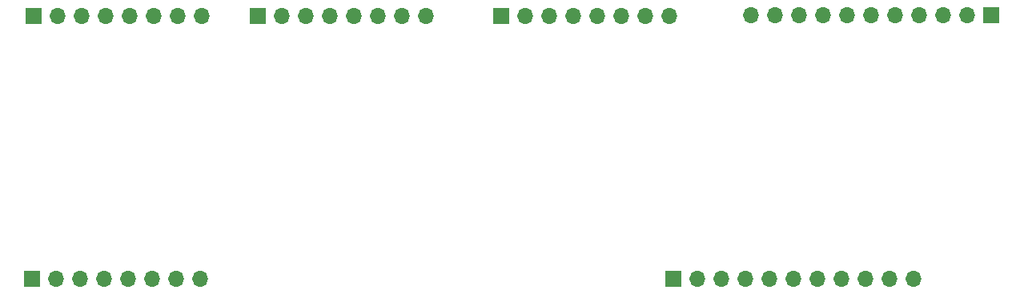
<source format=gbr>
%TF.GenerationSoftware,KiCad,Pcbnew,(6.0.0-0)*%
%TF.CreationDate,2022-01-17T13:46:19-05:00*%
%TF.ProjectId,Control_and_Output,436f6e74-726f-46c5-9f61-6e645f4f7574,rev?*%
%TF.SameCoordinates,Original*%
%TF.FileFunction,Soldermask,Bot*%
%TF.FilePolarity,Negative*%
%FSLAX46Y46*%
G04 Gerber Fmt 4.6, Leading zero omitted, Abs format (unit mm)*
G04 Created by KiCad (PCBNEW (6.0.0-0)) date 2022-01-17 13:46:19*
%MOMM*%
%LPD*%
G01*
G04 APERTURE LIST*
%ADD10O,1.700000X1.700000*%
%ADD11R,1.700000X1.700000*%
G04 APERTURE END LIST*
D10*
%TO.C,J3*%
X189484000Y-117850000D03*
X186944000Y-117850000D03*
X184404000Y-117850000D03*
X181864000Y-117850000D03*
X179324000Y-117850000D03*
X176784000Y-117850000D03*
X174244000Y-117850000D03*
X171704000Y-117850000D03*
X169164000Y-117850000D03*
X166624000Y-117850000D03*
D11*
X164084000Y-117850000D03*
%TD*%
%TO.C,J5*%
X197690000Y-89925000D03*
D10*
X195150000Y-89925000D03*
X192610000Y-89925000D03*
X190070000Y-89925000D03*
X187530000Y-89925000D03*
X184990000Y-89925000D03*
X182450000Y-89925000D03*
X179910000Y-89925000D03*
X177370000Y-89925000D03*
X174830000Y-89925000D03*
X172290000Y-89925000D03*
%TD*%
%TO.C,J1*%
X114135000Y-90000000D03*
X111595000Y-90000000D03*
X109055000Y-90000000D03*
X106515000Y-90000000D03*
X103975000Y-90000000D03*
X101435000Y-90000000D03*
X98895000Y-90000000D03*
D11*
X96355000Y-90000000D03*
%TD*%
%TO.C,J4*%
X145855000Y-89980000D03*
D10*
X148395000Y-89980000D03*
X150935000Y-89980000D03*
X153475000Y-89980000D03*
X156015000Y-89980000D03*
X158555000Y-89980000D03*
X161095000Y-89980000D03*
X163635000Y-89980000D03*
%TD*%
D11*
%TO.C,J2*%
X120075000Y-90000000D03*
D10*
X122615000Y-90000000D03*
X125155000Y-90000000D03*
X127695000Y-90000000D03*
X130235000Y-90000000D03*
X132775000Y-90000000D03*
X135315000Y-90000000D03*
X137855000Y-90000000D03*
%TD*%
D11*
%TO.C,J6*%
X96266000Y-117875000D03*
D10*
X98806000Y-117875000D03*
X101346000Y-117875000D03*
X103886000Y-117875000D03*
X106426000Y-117875000D03*
X108966000Y-117875000D03*
X111506000Y-117875000D03*
X114046000Y-117875000D03*
%TD*%
M02*

</source>
